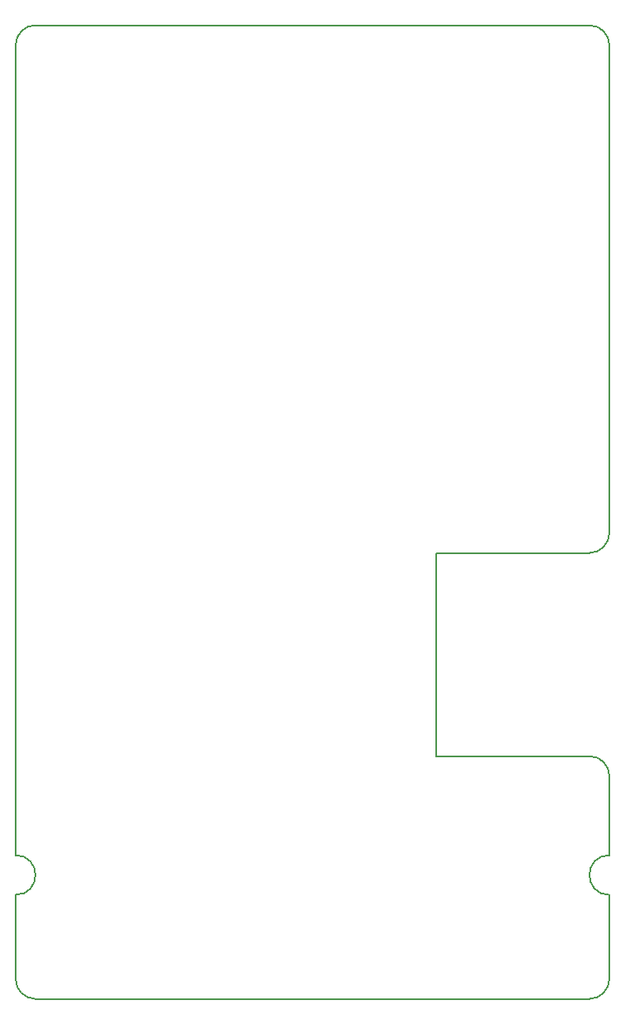
<source format=gbr>
G04 #@! TF.GenerationSoftware,KiCad,Pcbnew,(5.0.0)*
G04 #@! TF.CreationDate,2019-03-03T18:18:34-06:00*
G04 #@! TF.ProjectId,ValkyrieBoard_HalfBooster,56616C6B79726965426F6172645F4861,rev?*
G04 #@! TF.SameCoordinates,Original*
G04 #@! TF.FileFunction,Profile,NP*
%FSLAX46Y46*%
G04 Gerber Fmt 4.6, Leading zero omitted, Abs format (unit mm)*
G04 Created by KiCad (PCBNEW (5.0.0)) date 03/03/19 18:18:34*
%MOMM*%
%LPD*%
G01*
G04 APERTURE LIST*
%ADD10C,0.150000*%
G04 APERTURE END LIST*
D10*
X119380000Y-19050000D02*
G75*
G02X121412000Y-17018000I2032000J0D01*
G01*
X178308000Y-17018000D02*
G75*
G02X180340000Y-19050000I0J-2032000D01*
G01*
X178308000Y-91948000D02*
G75*
G02X180340000Y-93980000I0J-2032000D01*
G01*
X180340000Y-69088000D02*
G75*
G02X178308000Y-71120000I-2032000J0D01*
G01*
X121412000Y-116840000D02*
G75*
G02X119380000Y-114808000I0J2032000D01*
G01*
X180340000Y-114808000D02*
G75*
G02X178308000Y-116840000I-2032000J0D01*
G01*
X180340000Y-106172000D02*
G75*
G02X180340000Y-102108000I0J2032000D01*
G01*
X119380000Y-102108000D02*
G75*
G02X119380000Y-106172000I0J-2032000D01*
G01*
X119380000Y-19050000D02*
X119380000Y-102108000D01*
X178308000Y-17018000D02*
X121412000Y-17018000D01*
X180340000Y-69088000D02*
X180340000Y-19050000D01*
X162560000Y-71120000D02*
X178308000Y-71120000D01*
X162560000Y-91948000D02*
X162560000Y-71120000D01*
X178308000Y-91948000D02*
X162560000Y-91948000D01*
X180340000Y-102108000D02*
X180340000Y-93980000D01*
X180340000Y-114808000D02*
X180340000Y-106172000D01*
X121412000Y-116840000D02*
X178308000Y-116840000D01*
X119380000Y-114808000D02*
X119380000Y-106172000D01*
M02*

</source>
